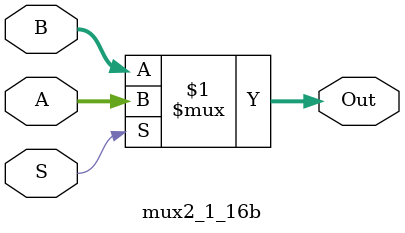
<source format=v>
module mux2_1_16b(A, B, S, Out);

//Mux selects from two 16b inputs, high selects input A
input [15:0] A;
input [15:0] B;
input S;
output [15:0] Out;

assign Out = S ? A : B;

endmodule
</source>
